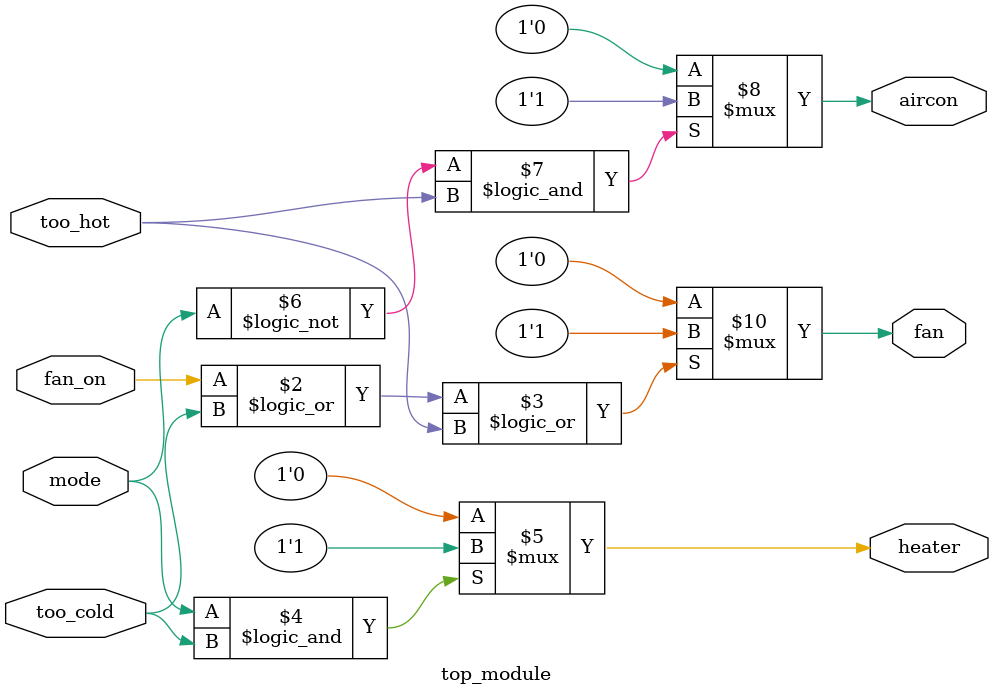
<source format=sv>
module top_module(
	input mode,
	input too_cold, 
	input too_hot,
	input fan_on,
	output heater,
	output aircon,
	output fan
);

  reg fan;

  // Control the fan
  always @* begin
    if (fan_on || too_cold || too_hot)
      fan = 1'b1;
    else
      fan = 1'b0;
  end

  // Control the heater
  assign heater = (mode && too_cold) ? 1'b1 : 1'b0;

  // Control the air conditioner
  assign aircon = (!mode && too_hot) ? 1'b1 : 1'b0;

endmodule

</source>
